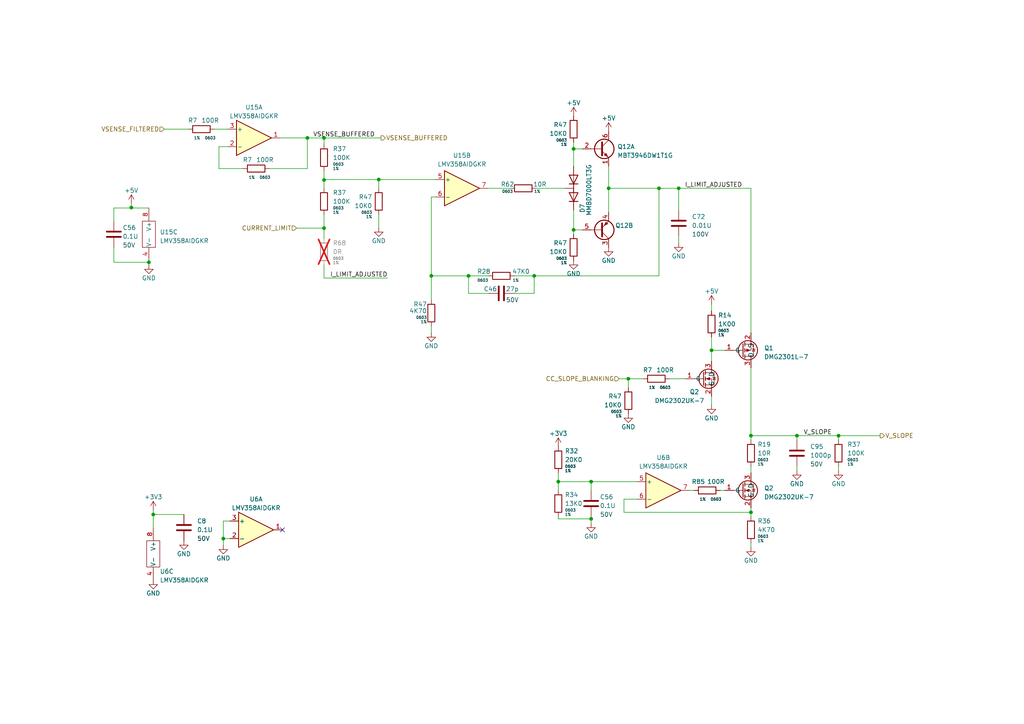
<source format=kicad_sch>
(kicad_sch (version 20230121) (generator eeschema)
  (paper "A4")
  (title_block (title "Slope Generation and Adjustment") (company "Rack Robotics, Inc.") (comment 1 "Engineering by DragonFly Power Systems") (comment 2 "Design by Rack Robotics, Inc."))
  (lib_symbols
    (symbol "0603_CAP:0.01U_100V"
      (property "Reference" "C" (at 3.175 1.905 0))
      (property "Value" "0.01U" (at 3.175 0 0))
      (property "Volage Rating" "100V" (at 3.175 -1.905 0))
      (symbol "0.01U_100V_0_1"
        (polyline (pts (xy -2.032 -0.762) (xy 2.032 -0.762)) (stroke (width 0.508)))
        (polyline (pts (xy -2.032 0.762) (xy 2.032 0.762)) (stroke (width 0.508)))
      )
      (symbol "0.01U_100V_1_1"
        (pin passive line (at 0 3.81 270) (length 2.794) (name "~") (number "1"))
        (pin passive line (at 0 -3.81 90) (length 2.794) (name "~") (number "2"))
      )
    )
    (symbol "0603_CAP:0.1U_50V"
      (property "Reference" "C" (at 3.175 1.905 0))
      (property "Value" "0.1U" (at 3.175 0 0))
      (property "Volage Rating" "50V" (at 3.175 -1.905 0))
      (symbol "0.1U_50V_0_1"
        (polyline (pts (xy -2.032 -0.762) (xy 2.032 -0.762)) (stroke (width 0.508)))
        (polyline (pts (xy -2.032 0.762) (xy 2.032 0.762)) (stroke (width 0.508)))
      )
      (symbol "0.1U_50V_1_1"
        (pin passive line (at 0 3.81 270) (length 2.794) (name "~") (number "1"))
        (pin passive line (at 0 -3.81 90) (length 2.794) (name "~") (number "2"))
      )
    )
    (symbol "0603_CAP:1000P_50V"
      (property "Reference" "C" (at 3.175 1.905 0))
      (property "Value" "1000p" (at 3.175 0 0))
      (property "Volage Rating" "50V" (at 3.175 -1.905 0))
      (symbol "1000P_50V_0_1"
        (polyline (pts (xy -2.032 -0.762) (xy 2.032 -0.762)) (stroke (width 0.508)))
        (polyline (pts (xy -2.032 0.762) (xy 2.032 0.762)) (stroke (width 0.508)))
      )
      (symbol "1000P_50V_1_1"
        (pin passive line (at 0 3.81 270) (length 2.794) (name "~") (number "1"))
        (pin passive line (at 0 -3.81 90) (length 2.794) (name "~") (number "2"))
      )
    )
    (symbol "0603_CAP:27P_50V"
      (property "Reference" "C" (at 3.175 1.905 0))
      (property "Value" "27p" (at 3.175 0 0))
      (property "Volage Rating" "50V" (at 3.175 -1.905 0))
      (symbol "27P_50V_0_1"
        (polyline (pts (xy -2.032 -0.762) (xy 2.032 -0.762)) (stroke (width 0.508)))
        (polyline (pts (xy -2.032 0.762) (xy 2.032 0.762)) (stroke (width 0.508)))
      )
      (symbol "27P_50V_1_1"
        (pin passive line (at 0 3.81 270) (length 2.794) (name "~") (number "1"))
        (pin passive line (at 0 -3.81 90) (length 2.794) (name "~") (number "2"))
      )
    )
    (symbol "0603_RES:0R"
      (property "Reference" "R" (at 1.27 2.54 0))
      (property "Value" "0R" (at 1.27 0.635 0))
      (property "Package Size" "0603" (at 1.27 -1.27 0))
      (property "Tolerance" "1%" (at 1.27 -2.54 0))
      (symbol "0R_0_1"
        (rectangle (start -1.016 2.54) (end 1.016 -2.54) (stroke (width 0.254)))
      )
      (symbol "0R_1_1"
        (pin passive line (at 0 3.81 270) (length 1.27) (name "~") (number "1"))
        (pin passive line (at 0 -3.81 90) (length 1.27) (name "~") (number "2"))
      )
    )
    (symbol "0603_RES:100R"
      (property "Reference" "R" (at 1.27 2.54 0))
      (property "Value" "100R" (at 1.27 0.635 0))
      (property "Package Size" "0603" (at 1.27 -1.27 0))
      (property "Tolerance" "1%" (at 1.27 -2.54 0))
      (symbol "100R_0_1"
        (rectangle (start -1.016 2.54) (end 1.016 -2.54) (stroke (width 0.254)))
      )
      (symbol "100R_1_1"
        (pin passive line (at 0 3.81 270) (length 1.27) (name "~") (number "1"))
        (pin passive line (at 0 -3.81 90) (length 1.27) (name "~") (number "2"))
      )
    )
    (symbol "0603_RES:100k"
      (property "Reference" "R" (at 1.27 2.54 0))
      (property "Value" "100K" (at 1.27 0.635 0))
      (property "Package Size" "0603" (at 1.27 -1.27 0))
      (property "Tolerance" "1%" (at 1.27 -2.54 0))
      (symbol "100k_0_1"
        (rectangle (start -1.016 2.54) (end 1.016 -2.54) (stroke (width 0.254)))
      )
      (symbol "100k_1_1"
        (pin passive line (at 0 3.81 270) (length 1.27) (name "~") (number "1"))
        (pin passive line (at 0 -3.81 90) (length 1.27) (name "~") (number "2"))
      )
    )
    (symbol "0603_RES:10K0"
      (property "Reference" "R" (at 1.27 2.54 0))
      (property "Value" "10K0" (at 1.27 0.635 0))
      (property "Package Size" "0603" (at 1.27 -1.27 0))
      (property "Tolerance" "1%" (at 1.27 -2.54 0))
      (symbol "10K0_0_1"
        (rectangle (start -1.016 2.54) (end 1.016 -2.54) (stroke (width 0.254)))
      )
      (symbol "10K0_1_1"
        (pin passive line (at 0 3.81 270) (length 1.27) (name "~") (number "1"))
        (pin passive line (at 0 -3.81 90) (length 1.27) (name "~") (number "2"))
      )
    )
    (symbol "0603_RES:10R"
      (property "Reference" "R" (at 1.27 2.54 0))
      (property "Value" "10R" (at 1.27 0.635 0))
      (property "Package Size" "0603" (at 1.27 -1.27 0))
      (property "Tolerance" "1%" (at 1.27 -2.54 0))
      (symbol "10R_0_1"
        (rectangle (start -1.016 2.54) (end 1.016 -2.54) (stroke (width 0.254)))
      )
      (symbol "10R_1_1"
        (pin passive line (at 0 3.81 270) (length 1.27) (name "~") (number "1"))
        (pin passive line (at 0 -3.81 90) (length 1.27) (name "~") (number "2"))
      )
    )
    (symbol "0603_RES:13K0"
      (property "Reference" "R" (at 1.27 2.54 0))
      (property "Value" "13K0" (at 1.27 0.635 0))
      (property "Package Size" "0603" (at 1.27 -1.27 0))
      (property "Tolerance" "1%" (at 1.27 -2.54 0))
      (symbol "13K0_0_1"
        (rectangle (start -1.016 2.54) (end 1.016 -2.54) (stroke (width 0.254)))
      )
      (symbol "13K0_1_1"
        (pin passive line (at 0 3.81 270) (length 1.27) (name "~") (number "1"))
        (pin passive line (at 0 -3.81 90) (length 1.27) (name "~") (number "2"))
      )
    )
    (symbol "0603_RES:1K00"
      (property "Reference" "R" (at 1.27 2.54 0))
      (property "Value" "1K00" (at 1.27 0.635 0))
      (property "Package Size" "0603" (at 1.27 -1.27 0))
      (property "Tolerance" "1%" (at 1.27 -2.54 0))
      (symbol "1K00_0_1"
        (rectangle (start -1.016 2.54) (end 1.016 -2.54) (stroke (width 0.254)))
      )
      (symbol "1K00_1_1"
        (pin passive line (at 0 3.81 270) (length 1.27) (name "~") (number "1"))
        (pin passive line (at 0 -3.81 90) (length 1.27) (name "~") (number "2"))
      )
    )
    (symbol "0603_RES:20K0"
      (property "Reference" "R" (at 1.27 2.54 0))
      (property "Value" "20K0" (at 1.27 0.635 0))
      (property "Package Size" "0603" (at 1.27 -1.27 0))
      (property "Tolerance" "1%" (at 1.27 -2.54 0))
      (symbol "20K0_0_1"
        (rectangle (start -1.016 2.54) (end 1.016 -2.54) (stroke (width 0.254)))
      )
      (symbol "20K0_1_1"
        (pin passive line (at 0 3.81 270) (length 1.27) (name "~") (number "1"))
        (pin passive line (at 0 -3.81 90) (length 1.27) (name "~") (number "2"))
      )
    )
    (symbol "0603_RES:47K0"
      (property "Reference" "R" (at 1.27 2.54 0))
      (property "Value" "47K0" (at 1.27 0.635 0))
      (property "Package Size" "0603" (at 1.27 -1.27 0))
      (property "Tolerance" "1%" (at 1.27 -2.54 0))
      (symbol "47K0_0_1"
        (rectangle (start -1.016 2.54) (end 1.016 -2.54) (stroke (width 0.254)))
      )
      (symbol "47K0_1_1"
        (pin passive line (at 0 3.81 270) (length 1.27) (name "~") (number "1"))
        (pin passive line (at 0 -3.81 90) (length 1.27) (name "~") (number "2"))
      )
    )
    (symbol "0603_RES:4K70"
      (property "Reference" "R" (at 1.27 2.54 0))
      (property "Value" "4K70" (at 1.27 0.635 0))
      (property "Package Size" "0603" (at 1.27 -1.27 0))
      (property "Tolerance" "1%" (at 1.27 -2.54 0))
      (symbol "4K70_0_1"
        (rectangle (start -1.016 2.54) (end 1.016 -2.54) (stroke (width 0.254)))
      )
      (symbol "4K70_1_1"
        (pin passive line (at 0 3.81 270) (length 1.27) (name "~") (number "1"))
        (pin passive line (at 0 -3.81 90) (length 1.27) (name "~") (number "2"))
      )
    )
    (symbol "DIODES:MMBD7000LT3G" (pin_numbers hide) (pin_names hide)
      (property "Reference" "D" (at -6.35 2.54 0))
      (property "Value" "MMBD7000LT3G" (at 0 -2.54 0))
      (symbol "MMBD7000LT3G_0_1"
        (polyline (pts (xy -3.81 1.27) (xy -3.81 -1.27)) (stroke (width 0.254)))
        (polyline (pts (xy -1.27 0) (xy -3.81 0)))
        (polyline (pts (xy -1.27 0) (xy 1.27 0)) (stroke (width 0.254)))
        (polyline (pts (xy 1.27 1.27) (xy 1.27 -1.27)) (stroke (width 0.254)))
        (polyline (pts (xy 3.81 0) (xy 1.27 0)))
        (polyline (pts (xy -1.27 1.27) (xy -1.27 -1.27) (xy -3.81 0) (xy -1.27 1.27)) (stroke (width 0.254)))
        (polyline (pts (xy 3.81 1.27) (xy 3.81 -1.27) (xy 1.27 0) (xy 3.81 1.27)) (stroke (width 0.254)))
      )
      (symbol "MMBD7000LT3G_1_1"
        (pin passive line (at 6.35 0 180) (length 2.54) (name "A") (number "1"))
        (pin passive line (at -6.35 0 0) (length 2.54) (name "K") (number "2"))
        (pin passive line (at 0 2.54 270) (length 2.54) (name "A/K") (number "3"))
      )
    )
    (symbol "OP_AMPS:LMV358AIDGKR" (pin_names (offset 0.127))
      (property "Reference" "U" (at -1.27 5.08 0))
      (property "Value" "LMV358AIDGKR" (at -1.27 -5.08 0))
      (symbol "LMV358AIDGKR_1_1"
        (polyline (pts (xy -5.08 5.08) (xy 5.08 0) (xy -5.08 -5.08) (xy -5.08 5.08)) (stroke (width 0.254)) (fill (type background)))
        (pin output line (at 7.62 0 180) (length 2.54) (name "~") (number "1"))
        (pin input line (at -7.62 -2.54 0) (length 2.54) (name "-") (number "2"))
        (pin input line (at -7.62 2.54 0) (length 2.54) (name "+") (number "3"))
      )
      (symbol "LMV358AIDGKR_2_1"
        (polyline (pts (xy -5.08 5.08) (xy 5.08 0) (xy -5.08 -5.08) (xy -5.08 5.08)) (stroke (width 0.254)) (fill (type background)))
        (pin input line (at -7.62 2.54 0) (length 2.54) (name "+") (number "5"))
        (pin input line (at -7.62 -2.54 0) (length 2.54) (name "-") (number "6"))
        (pin output line (at 7.62 0 180) (length 2.54) (name "~") (number "7"))
      )
      (symbol "LMV358AIDGKR_3_1"
        (rectangle (start -4.445 3.81) (end -0.635 -3.81))
        (pin power_in line (at -2.54 -7.62 90) (length 3.81) (name "V-") (number "4"))
        (pin power_in line (at -2.54 7.62 270) (length 3.81) (name "V+") (number "8"))
      )
    )
    (symbol "SIGNAL_BJTS:MBT3946DW1T1G" (pin_names (offset 0) hide)
      (property "Reference" "Q" (at 5.08 1.27 0))
      (property "Value" "MBT3946DW1T1G" (at 5.08 -1.27 0))
      (symbol "MBT3946DW1T1G_0_1"
        (polyline (pts (xy 0.635 0) (xy -2.54 0)))
        (circle (center 1.27 0) (radius 2.8194) (stroke (width 0.254)))
        (circle (center 1.27 0) (radius 2.8194) (stroke (width 0.254)))
      )
      (symbol "MBT3946DW1T1G_1_1"
        (polyline (pts (xy 0.635 0.635) (xy 2.54 2.54)))
        (polyline (pts (xy 0.635 -0.635) (xy 2.54 -2.54) (xy 2.54 -2.54)))
        (polyline (pts (xy 0.635 1.905) (xy 0.635 -1.905) (xy 0.635 -1.905)) (stroke (width 0.508)))
        (polyline (pts (xy 1.27 -1.778) (xy 1.778 -1.27) (xy 2.286 -2.286) (xy 1.27 -1.778) (xy 1.27 -1.778)) (fill (type outline)))
        (pin passive line (at 2.54 -5.08 90) (length 2.54) (name "E1") (number "1"))
        (pin input line (at -5.08 0 0) (length 2.54) (name "B1") (number "2"))
        (pin passive line (at 2.54 5.08 270) (length 2.54) (name "C1") (number "6"))
      )
      (symbol "MBT3946DW1T1G_2_1"
        (polyline (pts (xy 0.635 0.635) (xy 2.54 2.54)))
        (polyline (pts (xy 0.635 -0.635) (xy 2.54 -2.54) (xy 2.54 -2.54)))
        (polyline (pts (xy 0.635 1.905) (xy 0.635 -1.905) (xy 0.635 -1.905)) (stroke (width 0.508)))
        (polyline (pts (xy 2.286 -1.778) (xy 1.778 -2.286) (xy 1.27 -1.27) (xy 2.286 -1.778) (xy 2.286 -1.778)) (fill (type outline)))
        (pin passive line (at 2.54 5.08 270) (length 2.54) (name "C2") (number "3"))
        (pin passive line (at 2.54 -5.08 90) (length 2.54) (name "E2") (number "4"))
        (pin input line (at -5.08 0 0) (length 2.54) (name "B2") (number "5"))
      )
    )
    (symbol "SIGNAL_FETS:DMG2301L-7"
      (property "Reference" "Q" (at 2.54 3.81 0))
      (property "Value" "DMG2301L-7" (at 2.54 1.27 0))
      (symbol "DMG2301L-7_0_1"
        (circle (center -0.889 0) (radius 2.794) (stroke (width 0.254)))
        (circle (center 0 -1.778) (radius 0.254) (fill (type outline)))
        (polyline (pts (xy -2.286 -1.905) (xy -2.286 1.905)) (stroke (width 0.254)))
        (polyline (pts (xy -2.286 0) (xy -5.08 0)))
        (polyline (pts (xy -1.778 -2.286) (xy -1.778 -1.27)) (stroke (width 0.254)))
        (polyline (pts (xy -1.778 -0.508) (xy -1.778 0.508)) (stroke (width 0.254)))
        (polyline (pts (xy -1.778 1.27) (xy -1.778 2.286)) (stroke (width 0.254)))
        (polyline (pts (xy 0 -2.54) (xy 0 -1.778)))
        (polyline (pts (xy 0 2.54) (xy 0 0) (xy -1.778 0)))
        (polyline (pts (xy -1.778 -1.778) (xy 0.762 -1.778) (xy 0.762 1.778) (xy -1.778 1.778)))
        (polyline (pts (xy -0.254 0) (xy -1.27 -0.381) (xy -1.27 0.381) (xy -0.254 0)) (fill (type outline)))
        (polyline (pts (xy 0.254 0.508) (xy 0.381 0.381) (xy 1.143 0.381) (xy 1.27 0.254)))
        (polyline (pts (xy 0.762 0.381) (xy 0.381 -0.254) (xy 1.143 -0.254) (xy 0.762 0.381)))
        (circle (center 0 1.778) (radius 0.254) (fill (type outline)))
      )
      (symbol "DMG2301L-7_1_1"
        (pin input line (at -7.62 0 0) (length 2.54) (name "G") (number "1"))
        (pin passive line (at 0 5.08 270) (length 2.54) (name "S") (number "2"))
        (pin passive line (at 0 -5.08 90) (length 2.54) (name "D") (number "3"))
      )
    )
    (symbol "SIGNAL_FETS:DMG2302UK-7"
      (property "Reference" "Q" (at 1.27 5.08 0))
      (property "Value" "DMG2302UK-7" (at 1.27 2.54 0))
      (symbol "DMG2302UK-7_0_1"
        (circle (center -0.889 0) (radius 2.794) (stroke (width 0.254)))
        (circle (center 0 -1.778) (radius 0.254) (fill (type outline)))
        (polyline (pts (xy -2.286 0) (xy -5.08 0)))
        (polyline (pts (xy -2.286 1.905) (xy -2.286 -1.905)) (stroke (width 0.254)))
        (polyline (pts (xy -1.778 -1.27) (xy -1.778 -2.286)) (stroke (width 0.254)))
        (polyline (pts (xy -1.778 0.508) (xy -1.778 -0.508)) (stroke (width 0.254)))
        (polyline (pts (xy -1.778 2.286) (xy -1.778 1.27)) (stroke (width 0.254)))
        (polyline (pts (xy 0 2.54) (xy 0 1.778)))
        (polyline (pts (xy 0 -2.54) (xy 0 0) (xy -1.778 0)))
        (polyline (pts (xy -1.778 -1.778) (xy 0.762 -1.778) (xy 0.762 1.778) (xy -1.778 1.778)))
        (polyline (pts (xy -1.524 0) (xy -0.508 0.381) (xy -0.508 -0.381) (xy -1.524 0)) (fill (type outline)))
        (polyline (pts (xy 0.254 0.508) (xy 0.381 0.381) (xy 1.143 0.381) (xy 1.27 0.254)))
        (polyline (pts (xy 0.762 0.381) (xy 0.381 -0.254) (xy 1.143 -0.254) (xy 0.762 0.381)))
        (circle (center 0 1.778) (radius 0.254) (fill (type outline)))
      )
      (symbol "DMG2302UK-7_1_1"
        (pin passive line (at -7.62 0 0) (length 2.54) (name "G") (number "1"))
        (pin passive line (at 0 -5.08 90) (length 2.54) (name "S") (number "2"))
        (pin passive line (at 0 5.08 270) (length 2.54) (name "D") (number "3"))
      )
    )
    (symbol "power:+3V3" (power) (pin_names (offset 0))
      (property "Value" "+3V3" (at 0 3.556 0))
      (symbol "+3V3_0_1"
        (polyline (pts (xy -0.762 1.27) (xy 0 2.54)))
        (polyline (pts (xy 0 0) (xy 0 2.54)))
        (polyline (pts (xy 0 2.54) (xy 0.762 1.27)))
      )
      (symbol "+3V3_1_1"
        (pin power_in line (at 0 0 90) (length 0) hide (name "+3V3") (number "1"))
      )
    )
    (symbol "power:+5V" (power) (pin_names (offset 0))
      (property "Value" "+5V" (at 0 3.556 0))
      (symbol "+5V_0_1"
        (polyline (pts (xy -0.762 1.27) (xy 0 2.54)))
        (polyline (pts (xy 0 0) (xy 0 2.54)))
        (polyline (pts (xy 0 2.54) (xy 0.762 1.27)))
      )
      (symbol "+5V_1_1"
        (pin power_in line (at 0 0 90) (length 0) hide (name "+5V") (number "1"))
      )
    )
    (symbol "power:GND" (power) (pin_names (offset 0))
      (property "Value" "GND" (at 0 -3.81 0))
      (symbol "GND_0_1"
        (polyline (pts (xy 0 0) (xy 0 -1.27) (xy 1.27 -1.27) (xy 0 -2.54) (xy -1.27 -1.27) (xy 0 -1.27)))
      )
      (symbol "GND_1_1"
        (pin power_in line (at 0 0 270) (length 0) hide (name "GND") (number "1"))
      )
    )
  )
  (junction (at 161.925 139.7))
  (junction (at 176.53 54.61))
  (junction (at 64.77 156.21))
  (junction (at 93.98 52.197))
  (junction (at 166.37 43.18))
  (junction (at 243.205 126.365))
  (junction (at 166.37 66.675))
  (junction (at 171.45 139.7))
  (junction (at 154.94 80.01))
  (junction (at 93.98 40.005))
  (junction (at 109.855 52.07))
  (junction (at 93.98 66.167))
  (junction (at 231.14 126.365))
  (junction (at 38.1 60.198))
  (junction (at 44.45 149.225))
  (junction (at 182.245 109.855))
  (junction (at 206.375 101.6))
  (junction (at 43.18 76.073))
  (junction (at 125.095 80.01))
  (junction (at 171.45 150.495))
  (junction (at 217.805 148.59))
  (junction (at 89.154 40.005))
  (junction (at 135.89 80.01))
  (junction (at 191.135 54.61))
  (junction (at 217.805 126.365))
  (junction (at 196.85 54.61))
  (no_connect (at 81.915 153.67))
  (wire (pts (xy 93.98 40.005) (xy 110.49 40.005)))
  (wire (pts (xy 231.14 126.365) (xy 243.205 126.365)))
  (wire (pts (xy 206.375 114.935) (xy 206.375 117.475)))
  (wire (pts (xy 176.53 54.61) (xy 176.53 61.595)))
  (wire (pts (xy 62.23 37.465) (xy 66.04 37.465)))
  (wire (pts (xy 44.45 149.225) (xy 44.45 153.035)))
  (wire (pts (xy 43.18 76.073) (xy 43.18 76.835)))
  (wire (pts (xy 179.578 109.855) (xy 182.245 109.855)))
  (wire (pts (xy 44.45 149.225) (xy 44.45 147.955)))
  (wire (pts (xy 217.805 135.255) (xy 217.805 137.16)))
  (wire (pts (xy 89.154 40.005) (xy 93.98 40.005)))
  (wire (pts (xy 180.975 144.78) (xy 180.975 148.59)))
  (wire (pts (xy 217.805 106.68) (xy 217.805 126.365)))
  (wire (pts (xy 166.37 66.675) (xy 166.37 67.945)))
  (wire (pts (xy 206.375 101.6) (xy 210.185 101.6)))
  (wire (pts (xy 66.675 156.21) (xy 64.77 156.21)))
  (wire (pts (xy 135.89 80.01) (xy 125.095 80.01)))
  (wire (pts (xy 161.925 150.495) (xy 171.45 150.495)))
  (wire (pts (xy 93.98 40.005) (xy 93.98 41.91)))
  (wire (pts (xy 33.02 60.325) (xy 37.719 60.325)))
  (wire (pts (xy 166.37 66.675) (xy 168.91 66.675)))
  (wire (pts (xy 109.855 52.07) (xy 126.365 52.07)))
  (wire (pts (xy 93.98 54.61) (xy 93.98 52.197)))
  (wire (pts (xy 66.04 42.545) (xy 63.5 42.545)))
  (wire (pts (xy 217.805 148.59) (xy 217.805 149.86)))
  (wire (pts (xy 217.805 157.48) (xy 217.805 158.75)))
  (wire (pts (xy 89.154 48.895) (xy 89.154 40.005)))
  (wire (pts (xy 161.925 137.16) (xy 161.925 139.7)))
  (wire (pts (xy 180.975 148.59) (xy 217.805 148.59)))
  (wire (pts (xy 182.245 109.855) (xy 186.563 109.855)))
  (wire (pts (xy 38.1 60.198) (xy 37.719 60.198)))
  (wire (pts (xy 38.1 60.325) (xy 43.18 60.325)))
  (wire (pts (xy 47.625 37.465) (xy 54.61 37.465)))
  (wire (pts (xy 33.02 76.073) (xy 43.18 76.073)))
  (wire (pts (xy 154.94 85.09) (xy 154.94 80.01)))
  (wire (pts (xy 171.45 139.7) (xy 184.785 139.7)))
  (wire (pts (xy 93.98 76.835) (xy 93.98 80.645)))
  (wire (pts (xy 166.37 60.96) (xy 166.37 66.675)))
  (wire (pts (xy 243.205 135.255) (xy 243.205 136.525)))
  (wire (pts (xy 191.135 54.61) (xy 191.135 80.01)))
  (wire (pts (xy 166.37 43.18) (xy 166.37 48.26)))
  (wire (pts (xy 63.5 42.545) (xy 63.5 48.895)))
  (wire (pts (xy 206.375 97.79) (xy 206.375 101.6)))
  (wire (pts (xy 196.85 68.58) (xy 196.85 70.485)))
  (wire (pts (xy 231.14 135.255) (xy 231.14 136.525)))
  (wire (pts (xy 217.805 126.365) (xy 231.14 126.365)))
  (wire (pts (xy 243.205 126.365) (xy 243.205 127.635)))
  (wire (pts (xy 66.675 151.13) (xy 64.77 151.13)))
  (wire (pts (xy 191.135 80.01) (xy 154.94 80.01)))
  (wire (pts (xy 243.205 126.365) (xy 255.27 126.365)))
  (wire (pts (xy 37.719 60.325) (xy 37.719 60.198)))
  (wire (pts (xy 81.28 40.005) (xy 89.154 40.005)))
  (wire (pts (xy 38.1 59.055) (xy 38.1 60.198)))
  (wire (pts (xy 135.89 85.09) (xy 135.89 80.01)))
  (wire (pts (xy 33.02 64.135) (xy 33.02 60.325)))
  (wire (pts (xy 93.726 52.07) (xy 109.855 52.07)))
  (wire (pts (xy 126.365 57.15) (xy 125.095 57.15)))
  (wire (pts (xy 171.45 142.24) (xy 171.45 139.7)))
  (wire (pts (xy 93.726 52.07) (xy 93.726 52.197)))
  (wire (pts (xy 93.726 52.197) (xy 93.98 52.197)))
  (wire (pts (xy 155.575 54.61) (xy 163.83 54.61)))
  (wire (pts (xy 161.925 139.7) (xy 161.925 142.24)))
  (wire (pts (xy 206.375 101.6) (xy 206.375 104.775)))
  (wire (pts (xy 109.855 52.07) (xy 109.855 54.61)))
  (wire (pts (xy 85.979 66.167) (xy 93.98 66.167)))
  (wire (pts (xy 109.855 66.04) (xy 109.855 62.23)))
  (wire (pts (xy 43.18 75.565) (xy 43.18 76.073)))
  (wire (pts (xy 217.805 148.59) (xy 217.805 147.32)))
  (wire (pts (xy 171.45 139.7) (xy 161.925 139.7)))
  (wire (pts (xy 38.1 60.325) (xy 38.1 60.198)))
  (wire (pts (xy 176.53 54.61) (xy 191.135 54.61)))
  (wire (pts (xy 33.02 71.755) (xy 33.02 76.073)))
  (wire (pts (xy 141.605 80.01) (xy 135.89 80.01)))
  (wire (pts (xy 93.98 49.53) (xy 93.98 52.197)))
  (wire (pts (xy 217.805 126.365) (xy 217.805 127.635)))
  (wire (pts (xy 208.915 142.24) (xy 210.185 142.24)))
  (wire (pts (xy 93.98 66.167) (xy 93.98 69.215)))
  (wire (pts (xy 196.85 54.61) (xy 217.805 54.61)))
  (wire (pts (xy 166.37 43.18) (xy 168.91 43.18)))
  (wire (pts (xy 63.5 48.895) (xy 70.485 48.895)))
  (wire (pts (xy 125.095 80.01) (xy 125.095 86.995)))
  (wire (pts (xy 191.135 54.61) (xy 196.85 54.61)))
  (wire (pts (xy 161.925 149.86) (xy 161.925 150.495)))
  (wire (pts (xy 149.225 80.01) (xy 154.94 80.01)))
  (wire (pts (xy 194.183 109.855) (xy 198.755 109.855)))
  (wire (pts (xy 196.85 54.61) (xy 196.85 60.96)))
  (wire (pts (xy 125.095 57.15) (xy 125.095 80.01)))
  (wire (pts (xy 206.375 88.265) (xy 206.375 90.17)))
  (wire (pts (xy 141.605 85.09) (xy 135.89 85.09)))
  (wire (pts (xy 149.225 85.09) (xy 154.94 85.09)))
  (wire (pts (xy 200.025 142.24) (xy 201.295 142.24)))
  (wire (pts (xy 217.805 96.52) (xy 217.805 54.61)))
  (wire (pts (xy 44.45 149.225) (xy 53.34 149.225)))
  (wire (pts (xy 176.53 48.26) (xy 176.53 54.61)))
  (wire (pts (xy 166.37 41.275) (xy 166.37 43.18)))
  (wire (pts (xy 93.98 62.23) (xy 93.98 66.167)))
  (wire (pts (xy 64.77 156.21) (xy 64.77 158.115)))
  (wire (pts (xy 78.105 48.895) (xy 89.154 48.895)))
  (wire (pts (xy 141.605 54.61) (xy 147.955 54.61)))
  (wire (pts (xy 182.245 112.395) (xy 182.245 109.855)))
  (wire (pts (xy 93.98 80.645) (xy 112.395 80.645)))
  (wire (pts (xy 171.45 149.86) (xy 171.45 150.495)))
  (wire (pts (xy 64.77 151.13) (xy 64.77 156.21)))
  (wire (pts (xy 184.785 144.78) (xy 180.975 144.78)))
  (wire (pts (xy 171.45 150.495) (xy 171.45 151.765)))
  (wire (pts (xy 231.14 127.635) (xy 231.14 126.365)))
  (wire (pts (xy 125.095 94.615) (xy 125.095 96.52)))
  (label "V_SLOPE" (at 241.3 126.365 180))
  (label "VSENSE_BUFFERED" (at 90.805 40.005 0))
  (label "I_LIMIT_ADJUSTED" (at 215.265 54.61 180))
  (label "I_LIMIT_ADJUSTED" (at 112.395 80.645 180))
  (hierarchical_label "VSENSE_FILTERED" (shape input) (at 47.625 37.465 180))
  (hierarchical_label "V_SLOPE" (shape output) (at 255.27 126.365 0))
  (hierarchical_label "CC_SLOPE_BLANKING" (shape input) (at 179.578 109.855 180))
  (hierarchical_label "CURRENT_LIMIT" (shape input) (at 85.979 66.167 180))
  (hierarchical_label "VSENSE_BUFFERED" (shape output) (at 110.49 40.005 0))
  (symbol (lib_id "0603_CAP:27P_50V") (at 145.415 85.09 90) (unit 1)
    (property "Reference" "C46" (at 142.24 83.82 90))
    (property "Value" "27p" (at 148.59 83.82 90))
    (property "Footprint" "Capacitor_SMD:C_0603_1608Metric" (effects hide))
    (property "Datasheet" "https://www.yageo.com/upload/media/product/productsearch/datasheet/mlcc/UPY-GP_NP0_16V-to-50V_18.pdf" (effects hide))
    (property "Volage Rating" "50V" (at 148.59 86.995 90))
    (property "Part Number" "CC0603JRNPO9BN270" (effects hide))
    (property "Manufacturer" "Yageo" (effects hide))
  )
  (symbol (lib_id "0603_CAP:1000P_50V") (at 231.14 131.445 0) (unit 1)
    (property "Reference" "C95" (at 234.95 129.54 0) (effects (justify left)))
    (property "Value" "1000p" (at 234.95 132.08 0) (effects (justify left)))
    (property "Footprint" "Capacitor_SMD:C_0603_1608Metric" (effects hide))
    (property "Datasheet" "https://media.digikey.com/pdf/Data%20Sheets/Samsung%20PDFs/CL10B104KB8NNWC_Spec.pdf" (effects hide))
    (property "Volage Rating" "50V" (at 234.95 134.62 0) (effects (justify left)))
    (property "Part Number" "CL10B102KB8NNNC" (effects hide))
    (property "Manufacturer" "Samsung" (effects hide))
  )
  (symbol (lib_id "0603_RES:13K0") (at 161.925 146.05 0) (unit 1)
    (property "Reference" "R34" (at 163.83 143.51 0) (effects (justify left)))
    (property "Value" "13K0" (at 163.83 146.05 0) (effects (justify left)))
    (property "Footprint" "Resistor_SMD:R_0603_1608Metric" (effects hide))
    (property "Datasheet" "https://www.seielect.com/Catalog/SEI-RMCF_RMCP.pdf" (effects hide))
    (property "Package Size" "0603" (at 163.83 147.955 0) (effects (font (size 0.8 0.8)) (justify left)))
    (property "Tolerance" "1%" (at 163.83 149.225 0) (effects (font (size 0.8 0.8)) (justify left)))
    (property "Part Number" "RMCF0603FT13K0" (effects hide))
    (property "Manufacturer" "Stackpole" (effects hide))
  )
  (symbol (lib_id "0603_CAP:0.1U_50V") (at 171.45 146.05 0) (unit 1)
    (property "Reference" "C56" (at 173.99 144.145 0) (effects (justify left)))
    (property "Value" "0.1U" (at 173.99 146.685 0) (effects (justify left)))
    (property "Footprint" "Capacitor_SMD:C_0603_1608Metric" (effects hide))
    (property "Datasheet" "https://media.digikey.com/pdf/Data%20Sheets/Samsung%20PDFs/CL10B104KB8NNWC_Spec.pdf" (effects hide))
    (property "Volage Rating" "50V" (at 173.99 149.225 0) (effects (justify left)))
    (property "Part Number" "CL10B104KB8NNWC" (effects hide))
    (property "Manufacturer" "Samsung" (effects hide))
    (instances (project "POWERCORE-V2.0_MOTHERBOARD" (path "" (reference "C56") (unit 1)) (path "" (reference "C16") (unit 1))))
  )
  (symbol (lib_id "OP_AMPS:LMV358AIDGKR") (at 192.405 142.24 0) (unit 2)
    (property "Reference" "U6" (at 192.405 132.715 0))
    (property "Value" "LMV358AIDGKR" (at 192.405 135.255 0))
    (property "Footprint" "Package_SO:VSSOP-8_3.0x3.0mm_P0.65mm" (effects hide))
    (property "Datasheet" "http://www.ti.com/general/docs/suppproductinfo.tsp?distId=10&gotoUrl=http%3A%2F%2Fwww.ti.com%2Flit%2Fgpn%2Flmv358a" (effects hide))
    (property "Part Number" "LMV358AIDGKR" (effects hide))
    (property "Manufacturer" "Texas Instruments" (effects hide))
  )
  (symbol (lib_id "power:GND") (at 231.14 136.525 0) (unit 1)
    (property "Reference" "#PWR014" (effects hide))
    (property "Value" "GND" (at 231.14 140.335 0))
    (instances (project "POWERCORE-V2.0_MOTHERBOARD" (path "" (reference "#PWR014") (unit 1)) (path "" (reference "#PWR016") (unit 1))))
  )
  (symbol (lib_id "power:+5V") (at 166.37 33.655 0) (unit 1)
    (property "Reference" "#PWR068" (effects hide))
    (property "Value" "+5V" (at 166.37 29.845 0))
    (instances (project "POWERCORE-V2.0_MOTHERBOARD" (path "" (reference "#PWR068") (unit 1)) (path "" (reference "#PWR0136") (unit 1))))
  )
  (symbol (lib_id "SIGNAL_BJTS:MBT3946DW1T1G") (at 173.99 66.675 0) (mirror x) (unit 2)
    (property "Reference" "Q12" (at 178.435 65.405 0) (effects (justify left)))
    (property "Value" "MBT3946DW1T1G" (effects hide))
    (property "Footprint" "Package_TO_SOT_SMD:SOT-363_SC-70-6" (effects hide))
    (property "Datasheet" "https://www.onsemi.com/pdf/datasheet/mbt3946dw1t1-d.pdf" (effects hide))
    (property "Manufacturer" "OnSemi" (effects hide))
    (property "Part Number" "MBT3946DW1T1G" (effects hide))
  )
  (symbol (lib_id "power:GND") (at 125.095 96.52 0) (unit 1)
    (property "Reference" "#PWR016" (effects hide))
    (property "Value" "GND" (at 125.095 100.33 0))
    (instances (project "POWERCORE-V2.0_MOTHERBOARD" (path "" (reference "#PWR016") (unit 1)) (path "" (reference "#PWR077") (unit 1))))
  )
  (symbol (lib_id "0603_RES:100k") (at 243.205 131.445 0) (unit 1)
    (property "Reference" "R37" (at 245.745 128.905 0) (effects (justify left)))
    (property "Value" "100K" (at 245.745 131.445 0) (effects (justify left)))
    (property "Footprint" "Resistor_SMD:R_0603_1608Metric" (effects hide))
    (property "Datasheet" "https://www.seielect.com/Catalog/SEI-RMCF_RMCP.pdf" (effects hide))
    (property "Package Size" "0603" (at 245.745 133.35 0) (effects (font (size 0.8 0.8)) (justify left)))
    (property "Tolerance" "1%" (at 245.745 134.62 0) (effects (font (size 0.8 0.8)) (justify left)))
    (property "Part Number" "RMCF0603FT100K" (effects hide))
    (property "Manufacturer" "Stackpole" (effects hide))
    (instances (project "POWERCORE-V2.0_MOTHERBOARD" (path "" (reference "R37") (unit 1)) (path "" (reference "R51") (unit 1)) (path "" (reference "R14") (unit 1))))
  )
  (symbol (lib_id "0603_RES:47K0") (at 145.415 80.01 90) (unit 1)
    (property "Reference" "R28" (at 140.335 78.74 90))
    (property "Value" "47K0" (at 153.67 78.74 90) (effects (justify left)))
    (property "Footprint" "Resistor_SMD:R_0603_1608Metric" (effects hide))
    (property "Datasheet" "https://www.seielect.com/Catalog/SEI-RMCF_RMCP.pdf" (effects hide))
    (property "Package Size" "0603" (at 141.605 81.28 90) (effects (font (size 0.8 0.8)) (justify left)))
    (property "Tolerance" "1%" (at 150.495 81.28 90) (effects (font (size 0.8 0.8)) (justify left)))
    (property "Part Number" "RMCF0603FT47K0" (effects hide))
    (property "Manufacturer" "Stackpole" (effects hide))
  )
  (symbol (lib_id "SIGNAL_FETS:DMG2302UK-7") (at 206.375 109.855 0) (unit 1)
    (property "Reference" "Q2" (at 200.025 113.665 0) (effects (justify left)))
    (property "Value" "DMG2302UK-7" (at 189.865 116.205 0) (effects (justify left)))
    (property "Footprint" "SOT:SOT-23-3" (effects hide))
    (property "Datasheet" "https://www.diodes.com/assets/Datasheets/DMG2301L.pdf" (effects hide))
    (property "Manufacturer" "Diodes Inc" (effects hide))
    (property "Part Number" "DMG2302UK-7" (effects hide))
    (instances (project "POWERCORE-V2.0_MOTHERBOARD" (path "" (reference "Q2") (unit 1)) (path "" (reference "Q11") (unit 1))))
  )
  (symbol (lib_id "power:+3V3") (at 161.925 129.54 0) (unit 1)
    (property "Reference" "#PWR060" (effects hide))
    (property "Value" "+3V3" (at 161.925 125.73 0))
    (instances (project "POWERCORE-V2.0_MOTHERBOARD" (path "" (reference "#PWR060") (unit 1)) (path "" (reference "#PWR062") (unit 1))))
  )
  (symbol (lib_id "OP_AMPS:LMV358AIDGKR") (at 45.72 67.945 0) (unit 3)
    (property "Reference" "U15" (at 46.355 67.31 0) (effects (justify left)))
    (property "Value" "LMV358AIDGKR" (at 46.355 69.85 0) (effects (justify left)))
    (property "Footprint" "Package_SO:VSSOP-8_3.0x3.0mm_P0.65mm" (effects hide))
    (property "Datasheet" "http://www.ti.com/general/docs/suppproductinfo.tsp?distId=10&gotoUrl=http%3A%2F%2Fwww.ti.com%2Flit%2Fgpn%2Flmv358a" (effects hide))
    (property "Part Number" "LMV358AIDGKR" (effects hide))
    (property "Manufacturer" "Texas Instruments" (effects hide))
  )
  (symbol (lib_id "0603_RES:100R") (at 74.295 48.895 90) (unit 1)
    (property "Reference" "R7" (at 71.755 46.355 90))
    (property "Value" "100R" (at 76.835 46.355 90))
    (property "Footprint" "Resistor_SMD:R_0603_1608Metric" (effects hide))
    (property "Datasheet" "https://www.seielect.com/Catalog/SEI-RMCF_RMCP.pdf" (effects hide))
    (property "Package Size" "0603" (at 76.835 51.435 90) (effects (font (size 0.8 0.8))))
    (property "Tolerance" "1%" (at 73.025 51.435 90) (effects (font (size 0.8 0.8))))
    (property "Part Number" "RMCF0603FT100R" (effects hide))
    (property "Manufacturer" "Stackpole" (effects hide))
    (instances (project "POWERCORE-V2.0_MOTHERBOARD" (path "" (reference "R7") (unit 1)) (path "" (reference "R47") (unit 1))))
  )
  (symbol (lib_id "OP_AMPS:LMV358AIDGKR") (at 133.985 54.61 0) (unit 2)
    (property "Reference" "U15" (at 133.985 45.085 0))
    (property "Value" "LMV358AIDGKR" (at 133.985 47.625 0))
    (property "Footprint" "Package_SO:VSSOP-8_3.0x3.0mm_P0.65mm" (effects hide))
    (property "Datasheet" "http://www.ti.com/general/docs/suppproductinfo.tsp?distId=10&gotoUrl=http%3A%2F%2Fwww.ti.com%2Flit%2Fgpn%2Flmv358a" (effects hide))
    (property "Part Number" "LMV358AIDGKR" (effects hide))
    (property "Manufacturer" "Texas Instruments" (effects hide))
  )
  (symbol (lib_id "power:GND") (at 171.45 151.765 0) (unit 1)
    (property "Reference" "#PWR016" (effects hide))
    (property "Value" "GND" (at 171.45 155.575 0))
    (instances (project "POWERCORE-V2.0_MOTHERBOARD" (path "" (reference "#PWR016") (unit 1)) (path "" (reference "#PWR075") (unit 1))))
  )
  (symbol (lib_id "SIGNAL_FETS:DMG2302UK-7") (at 217.805 142.24 0) (unit 1)
    (property "Reference" "Q2" (at 221.615 141.605 0) (effects (justify left)))
    (property "Value" "DMG2302UK-7" (at 221.615 144.145 0) (effects (justify left)))
    (property "Footprint" "SOT:SOT-23-3" (effects hide))
    (property "Datasheet" "https://www.diodes.com/assets/Datasheets/DMG2301L.pdf" (effects hide))
    (property "Manufacturer" "Diodes Inc" (effects hide))
    (property "Part Number" "DMG2302UK-7" (effects hide))
  )
  (symbol (lib_id "power:GND") (at 182.245 120.015 0) (unit 1)
    (property "Reference" "#PWR016" (effects hide))
    (property "Value" "GND" (at 182.245 123.825 0))
    (instances (project "POWERCORE-V2.0_MOTHERBOARD" (path "" (reference "#PWR016") (unit 1)) (path "" (reference "#PWR014") (unit 1))))
  )
  (symbol (lib_id "power:GND") (at 64.77 158.115 0) (unit 1)
    (property "Reference" "#PWR022" (effects hide))
    (property "Value" "GND" (at 64.77 161.925 0))
    (instances (project "POWERCORE-V2.0_MOTHERBOARD" (path "" (reference "#PWR022") (unit 1)) (path "" (reference "#PWR088") (unit 1))))
  )
  (symbol (lib_id "power:+5V") (at 176.53 38.1 0) (unit 1)
    (property "Reference" "#PWR068" (effects hide))
    (property "Value" "+5V" (at 176.53 34.29 0))
    (instances (project "POWERCORE-V2.0_MOTHERBOARD" (path "" (reference "#PWR068") (unit 1)) (path "" (reference "#PWR0149") (unit 1))))
  )
  (symbol (lib_id "0603_RES:10R") (at 151.765 54.61 90) (unit 1)
    (property "Reference" "R62" (at 147.193 53.467 90))
    (property "Value" "10R" (at 156.591 53.467 90))
    (property "Footprint" "Resistor_SMD:R_0603_1608Metric" (effects hide))
    (property "Datasheet" "https://www.seielect.com/Catalog/SEI-RMCF_RMCP.pdf" (effects hide))
    (property "Package Size" "0603" (at 147.193 55.499 90) (effects (font (size 0.8 0.8))))
    (property "Tolerance" "1%" (at 155.829 55.499 90) (effects (font (size 0.8 0.8))))
    (property "Part Number" "RMCF0603FT10R0" (effects hide))
    (property "Manufacturer" "Stackpole" (effects hide))
  )
  (symbol (lib_id "power:GND") (at 243.205 136.525 0) (unit 1)
    (property "Reference" "#PWR062" (effects hide))
    (property "Value" "GND" (at 243.205 140.335 0))
    (instances (project "POWERCORE-V2.0_MOTHERBOARD" (path "" (reference "#PWR062") (unit 1)) (path "" (reference "#PWR060") (unit 1))))
  )
  (symbol (lib_id "power:+3V3") (at 44.45 147.955 0) (unit 1)
    (property "Reference" "#PWR019" (effects hide))
    (property "Value" "+3V3" (at 44.45 144.145 0))
  )
  (symbol (lib_id "OP_AMPS:LMV358AIDGKR") (at 46.99 160.655 0) (unit 3)
    (property "Reference" "U6" (at 46.355 165.735 0) (effects (justify left)))
    (property "Value" "LMV358AIDGKR" (at 46.355 168.275 0) (effects (justify left)))
    (property "Footprint" "Package_SO:VSSOP-8_3.0x3.0mm_P0.65mm" (effects hide))
    (property "Datasheet" "http://www.ti.com/general/docs/suppproductinfo.tsp?distId=10&gotoUrl=http%3A%2F%2Fwww.ti.com%2Flit%2Fgpn%2Flmv358a" (effects hide))
    (property "Part Number" "LMV358AIDGKR" (effects hide))
    (property "Manufacturer" "Texas Instruments" (effects hide))
  )
  (symbol (lib_id "power:GND") (at 43.18 76.835 0) (unit 1)
    (property "Reference" "#PWR016" (effects hide))
    (property "Value" "GND" (at 43.18 80.645 0))
    (instances (project "POWERCORE-V2.0_MOTHERBOARD" (path "" (reference "#PWR016") (unit 1)) (path "" (reference "#PWR079") (unit 1))))
  )
  (symbol (lib_id "0603_CAP:0.01U_100V") (at 196.85 64.77 0) (unit 1)
    (property "Reference" "C72" (at 200.66 62.865 0) (effects (justify left)))
    (property "Value" "0.01U" (at 200.66 65.405 0) (effects (justify left)))
    (property "Footprint" "Capacitor_SMD:C_0603_1608Metric" (effects hide))
    (property "Datasheet" "https://media.digikey.com/pdf/Data%20Sheets/Samsung%20PDFs/CL10B104KB8NNWC_Spec.pdf" (effects hide))
    (property "Volage Rating" "100V" (at 200.66 67.945 0) (effects (justify left)))
    (property "Part Number" "CL10B103KC8NNNC" (effects hide))
    (property "Manufacturer" "Samsung" (effects hide))
    (instances (project "POWERCORE-V2.0_MOTHERBOARD" (path "" (reference "C72") (unit 1)) (path "" (reference "C6") (unit 1))))
  )
  (symbol (lib_id "power:GND") (at 217.805 158.75 0) (unit 1)
    (property "Reference" "#PWR016" (effects hide))
    (property "Value" "GND" (at 217.805 162.56 0))
    (instances (project "POWERCORE-V2.0_MOTHERBOARD" (path "" (reference "#PWR016") (unit 1)) (path "" (reference "#PWR076") (unit 1))))
  )
  (symbol (lib_id "power:GND") (at 196.85 70.485 0) (unit 1)
    (property "Reference" "#PWR016" (effects hide))
    (property "Value" "GND" (at 196.85 74.295 0))
    (instances (project "POWERCORE-V2.0_MOTHERBOARD" (path "" (reference "#PWR016") (unit 1)) (path "" (reference "#PWR078") (unit 1))))
  )
  (symbol (lib_id "0603_RES:100R") (at 205.105 142.24 90) (unit 1)
    (property "Reference" "R85" (at 202.565 139.7 90))
    (property "Value" "100R" (at 207.645 139.7 90))
    (property "Footprint" "Resistor_SMD:R_0603_1608Metric" (effects hide))
    (property "Datasheet" "https://www.seielect.com/Catalog/SEI-RMCF_RMCP.pdf" (effects hide))
    (property "Package Size" "0603" (at 207.645 144.78 90) (effects (font (size 0.8 0.8))))
    (property "Tolerance" "1%" (at 203.835 144.78 90) (effects (font (size 0.8 0.8))))
    (property "Part Number" "RMCF0603FT100R" (effects hide))
    (property "Manufacturer" "Stackpole" (effects hide))
    (instances (project "POWERCORE-V2.0_MOTHERBOARD" (path "" (reference "R85") (unit 1)) (path "" (reference "R33") (unit 1))))
  )
  (symbol (lib_id "0603_RES:1K00") (at 206.375 93.98 0) (unit 1)
    (property "Reference" "R14" (at 208.28 91.44 0) (effects (justify left)))
    (property "Value" "1K00" (at 208.28 93.98 0) (effects (justify left)))
    (property "Footprint" "Resistor_SMD:R_0603_1608Metric" (effects hide))
    (property "Datasheet" "https://www.seielect.com/Catalog/SEI-RMCF_RMCP.pdf" (effects hide))
    (property "Package Size" "0603" (at 208.28 95.885 0) (effects (font (size 0.8 0.8)) (justify left)))
    (property "Tolerance" "1%" (at 208.28 97.155 0) (effects (font (size 0.8 0.8)) (justify left)))
    (property "Part Number" "RMCF0603FT1K00" (effects hide))
    (property "Manufacturer" "Stackpole" (effects hide))
    (instances (project "POWERCORE-V2.0_MOTHERBOARD" (path "" (reference "R14") (unit 1)) (path "" (reference "R65") (unit 1))))
  )
  (symbol (lib_id "power:+5V") (at 38.1 59.055 0) (unit 1)
    (property "Reference" "#PWR068" (effects hide))
    (property "Value" "+5V" (at 38.1 55.245 0))
    (instances (project "POWERCORE-V2.0_MOTHERBOARD" (path "" (reference "#PWR068") (unit 1)) (path "" (reference "#PWR080") (unit 1))))
  )
  (symbol (lib_id "0603_RES:10K0") (at 166.37 71.755 0) (mirror y) (unit 1)
    (property "Reference" "R47" (at 164.465 70.485 0) (effects (justify left)))
    (property "Value" "10K0" (at 164.465 73.025 0) (effects (justify left)))
    (property "Footprint" "Resistor_SMD:R_0603_1608Metric" (effects hide))
    (property "Datasheet" "https://www.seielect.com/Catalog/SEI-RMCF_RMCP.pdf" (effects hide))
    (property "Package Size" "0603" (at 164.465 74.93 0) (effects (font (size 0.8 0.8)) (justify left)))
    (property "Tolerance" "1%" (at 164.465 76.2 0) (effects (font (size 0.8 0.8)) (justify left)))
    (property "Part Number" "RMCF0603FT10K0" (effects hide))
    (property "Manufacturer" "Stackpole" (effects hide))
    (instances (project "POWERCORE-V2.0_MOTHERBOARD" (path "" (reference "R47") (unit 1)) (path "" (reference "R72") (unit 1))))
  )
  (symbol (lib_id "power:GND") (at 53.34 156.845 0) (unit 1)
    (property "Reference" "#PWR022" (effects hide))
    (property "Value" "GND" (at 53.34 160.655 0))
  )
  (symbol (lib_id "0603_RES:10K0") (at 166.37 37.465 0) (mirror y) (unit 1)
    (property "Reference" "R47" (at 164.465 36.195 0) (effects (justify left)))
    (property "Value" "10K0" (at 164.465 38.735 0) (effects (justify left)))
    (property "Footprint" "Resistor_SMD:R_0603_1608Metric" (effects hide))
    (property "Datasheet" "https://www.seielect.com/Catalog/SEI-RMCF_RMCP.pdf" (effects hide))
    (property "Package Size" "0603" (at 164.465 40.64 0) (effects (font (size 0.8 0.8)) (justify left)))
    (property "Tolerance" "1%" (at 164.465 41.91 0) (effects (font (size 0.8 0.8)) (justify left)))
    (property "Part Number" "RMCF0603FT10K0" (effects hide))
    (property "Manufacturer" "Stackpole" (effects hide))
    (instances (project "POWERCORE-V2.0_MOTHERBOARD" (path "" (reference "R47") (unit 1)) (path "" (reference "R73") (unit 1))))
  )
  (symbol (lib_id "0603_RES:4K70") (at 217.805 153.67 0) (unit 1)
    (property "Reference" "R36" (at 219.71 151.13 0) (effects (justify left)))
    (property "Value" "4K70" (at 219.71 153.67 0) (effects (justify left)))
    (property "Footprint" "Resistor_SMD:R_0603_1608Metric" (effects hide))
    (property "Datasheet" "https://www.seielect.com/Catalog/SEI-RMCF_RMCP.pdf" (effects hide))
    (property "Package Size" "0603" (at 219.71 155.575 0) (effects (font (size 0.8 0.8)) (justify left)))
    (property "Tolerance" "1%" (at 219.71 156.845 0) (effects (font (size 0.8 0.8)) (justify left)))
    (property "Part Number" "RMCF0603FT4K70" (effects hide))
    (property "Manufacturer" "Stackpole" (effects hide))
  )
  (symbol (lib_id "0603_RES:10R") (at 217.805 131.445 0) (unit 1)
    (property "Reference" "R19" (at 219.71 128.905 0) (effects (justify left)))
    (property "Value" "10R" (at 219.71 131.445 0) (effects (justify left)))
    (property "Footprint" "Resistor_SMD:R_0603_1608Metric" (effects hide))
    (property "Datasheet" "https://www.seielect.com/Catalog/SEI-RMCF_RMCP.pdf" (effects hide))
    (property "Package Size" "0603" (at 219.71 133.35 0) (effects (font (size 0.8 0.8)) (justify left)))
    (property "Tolerance" "1%" (at 219.71 134.62 0) (effects (font (size 0.8 0.8)) (justify left)))
    (property "Part Number" "RMCF0603FT10R0" (effects hide))
    (property "Manufacturer" "Stackpole" (effects hide))
  )
  (symbol (lib_id "0603_RES:100R") (at 58.42 37.465 90) (unit 1)
    (property "Reference" "R7" (at 55.88 34.925 90))
    (property "Value" "100R" (at 60.96 34.925 90))
    (property "Footprint" "Resistor_SMD:R_0603_1608Metric" (effects hide))
    (property "Datasheet" "https://www.seielect.com/Catalog/SEI-RMCF_RMCP.pdf" (effects hide))
    (property "Package Size" "0603" (at 60.96 40.005 90) (effects (font (size 0.8 0.8))))
    (property "Tolerance" "1%" (at 57.15 40.005 90) (effects (font (size 0.8 0.8))))
    (property "Part Number" "RMCF0603FT100R" (effects hide))
    (property "Manufacturer" "Stackpole" (effects hide))
    (instances (project "POWERCORE-V2.0_MOTHERBOARD" (path "" (reference "R7") (unit 1)) (path "" (reference "R51") (unit 1))))
  )
  (symbol (lib_id "0603_RES:20K0") (at 161.925 133.35 0) (unit 1)
    (property "Reference" "R32" (at 163.83 130.81 0) (effects (justify left)))
    (property "Value" "20K0" (at 163.83 133.35 0) (effects (justify left)))
    (property "Footprint" "Resistor_SMD:R_0603_1608Metric" (effects hide))
    (property "Datasheet" "https://www.seielect.com/Catalog/SEI-RMCF_RMCP.pdf" (effects hide))
    (property "Package Size" "0603" (at 163.83 135.255 0) (effects (font (size 0.8 0.8)) (justify left)))
    (property "Tolerance" "1%" (at 163.83 136.525 0) (effects (font (size 0.8 0.8)) (justify left)))
    (property "Part Number" "RMCF0603FT20K0" (effects hide))
    (property "Manufacturer" "Stackpole" (effects hide))
  )
  (symbol (lib_id "power:+5V") (at 206.375 88.265 0) (unit 1)
    (property "Reference" "#PWR068" (effects hide))
    (property "Value" "+5V" (at 206.375 84.455 0))
    (instances (project "POWERCORE-V2.0_MOTHERBOARD" (path "" (reference "#PWR068") (unit 1)) (path "" (reference "#PWR081") (unit 1))))
  )
  (symbol (lib_id "power:GND") (at 206.375 117.475 0) (unit 1)
    (property "Reference" "#PWR016" (effects hide))
    (property "Value" "GND" (at 206.375 121.285 0))
    (instances (project "POWERCORE-V2.0_MOTHERBOARD" (path "" (reference "#PWR016") (unit 1)) (path "" (reference "#PWR087") (unit 1))))
  )
  (symbol (lib_id "0603_CAP:0.1U_50V") (at 53.34 153.035 0) (unit 1)
    (property "Reference" "C8" (at 57.15 151.13 0) (effects (justify left)))
    (property "Value" "0.1U" (at 57.15 153.67 0) (effects (justify left)))
    (property "Footprint" "Capacitor_SMD:C_0603_1608Metric" (effects hide))
    (property "Datasheet" "https://media.digikey.com/pdf/Data%20Sheets/Samsung%20PDFs/CL10B104KB8NNWC_Spec.pdf" (effects hide))
    (property "Volage Rating" "50V" (at 57.15 156.21 0) (effects (justify left)))
    (property "Part Number" "CL10B104KB8NNWC" (effects hide))
    (property "Manufacturer" "Samsung" (effects hide))
  )
  (symbol (lib_id "power:GND") (at 176.53 71.755 0) (unit 1)
    (property "Reference" "#PWR016" (effects hide))
    (property "Value" "GND" (at 176.53 75.565 0))
    (instances (project "POWERCORE-V2.0_MOTHERBOARD" (path "" (reference "#PWR016") (unit 1)) (path "" (reference "#PWR0150") (unit 1))))
  )
  (symbol (lib_id "0603_RES:100R") (at 190.373 109.855 90) (unit 1)
    (property "Reference" "R7" (at 187.833 107.315 90))
    (property "Value" "100R" (at 192.913 107.315 90))
    (property "Footprint" "Resistor_SMD:R_0603_1608Metric" (effects hide))
    (property "Datasheet" "https://www.seielect.com/Catalog/SEI-RMCF_RMCP.pdf" (effects hide))
    (property "Package Size" "0603" (at 192.913 112.395 90) (effects (font (size 0.8 0.8))))
    (property "Tolerance" "1%" (at 189.103 112.395 90) (effects (font (size 0.8 0.8))))
    (property "Part Number" "RMCF0603FT100R" (effects hide))
    (property "Manufacturer" "Stackpole" (effects hide))
    (instances (project "POWERCORE-V2.0_MOTHERBOARD" (path "" (reference "R7") (unit 1)) (path "" (reference "R10") (unit 1))))
  )
  (symbol (lib_id "0603_CAP:0.1U_50V") (at 33.02 67.945 0) (unit 1)
    (property "Reference" "C56" (at 35.56 66.04 0) (effects (justify left)))
    (property "Value" "0.1U" (at 35.56 68.58 0) (effects (justify left)))
    (property "Footprint" "Capacitor_SMD:C_0603_1608Metric" (effects hide))
    (property "Datasheet" "https://media.digikey.com/pdf/Data%20Sheets/Samsung%20PDFs/CL10B104KB8NNWC_Spec.pdf" (effects hide))
    (property "Volage Rating" "50V" (at 35.56 71.12 0) (effects (justify left)))
    (property "Part Number" "CL10B104KB8NNWC" (effects hide))
    (property "Manufacturer" "Samsung" (effects hide))
    (instances (project "POWERCORE-V2.0_MOTHERBOARD" (path "" (reference "C56") (unit 1)) (path "" (reference "C49") (unit 1))))
  )
  (symbol (lib_id "0603_RES:100k") (at 93.98 45.72 0) (unit 1)
    (property "Reference" "R37" (at 96.52 43.18 0) (effects (justify left)))
    (property "Value" "100K" (at 96.52 45.72 0) (effects (justify left)))
    (property "Footprint" "Resistor_SMD:R_0603_1608Metric" (effects hide))
    (property "Datasheet" "https://www.seielect.com/Catalog/SEI-RMCF_RMCP.pdf" (effects hide))
    (property "Package Size" "0603" (at 96.52 47.625 0) (effects (font (size 0.8 0.8)) (justify left)))
    (property "Tolerance" "1%" (at 96.52 48.895 0) (effects (font (size 0.8 0.8)) (justify left)))
    (property "Part Number" "RMCF0603FT100K" (effects hide))
    (property "Manufacturer" "Stackpole" (effects hide))
    (instances (project "POWERCORE-V2.0_MOTHERBOARD" (path "" (reference "R37") (unit 1)) (path "" (reference "R51") (unit 1)) (path "" (reference "R61") (unit 1))))
  )
  (symbol (lib_id "SIGNAL_BJTS:MBT3946DW1T1G") (at 173.99 43.18 0) (unit 1)
    (property "Reference" "Q12" (at 179.07 42.545 0) (effects (justify left)))
    (property "Value" "MBT3946DW1T1G" (at 179.07 45.085 0) (effects (justify left)))
    (property "Footprint" "Package_TO_SOT_SMD:SOT-363_SC-70-6" (effects hide))
    (property "Datasheet" "https://www.onsemi.com/pdf/datasheet/mbt3946dw1t1-d.pdf" (effects hide))
    (property "Manufacturer" "OnSemi" (effects hide))
    (property "Part Number" "MBT3946DW1T1G" (effects hide))
  )
  (symbol (lib_id "OP_AMPS:LMV358AIDGKR") (at 74.295 153.67 0) (unit 1)
    (property "Reference" "U6" (at 74.295 144.78 0))
    (property "Value" "LMV358AIDGKR" (at 74.295 147.32 0))
    (property "Footprint" "Package_SO:VSSOP-8_3.0x3.0mm_P0.65mm" (effects hide))
    (property "Datasheet" "http://www.ti.com/general/docs/suppproductinfo.tsp?distId=10&gotoUrl=http%3A%2F%2Fwww.ti.com%2Flit%2Fgpn%2Flmv358a" (effects hide))
    (property "Part Number" "LMV358AIDGKR" (effects hide))
    (property "Manufacturer" "Texas Instruments" (effects hide))
  )
  (symbol (lib_id "OP_AMPS:LMV358AIDGKR") (at 73.66 40.005 0) (unit 1)
    (property "Reference" "U15" (at 73.66 31.115 0))
    (property "Value" "LMV358AIDGKR" (at 73.66 33.655 0))
    (property "Footprint" "Package_SO:VSSOP-8_3.0x3.0mm_P0.65mm" (effects hide))
    (property "Datasheet" "http://www.ti.com/general/docs/suppproductinfo.tsp?distId=10&gotoUrl=http%3A%2F%2Fwww.ti.com%2Flit%2Fgpn%2Flmv358a" (effects hide))
    (property "Part Number" "LMV358AIDGKR" (effects hide))
    (property "Manufacturer" "Texas Instruments" (effects hide))
  )
  (symbol (lib_id "power:GND") (at 109.855 66.04 0) (unit 1)
    (property "Reference" "#PWR016" (effects hide))
    (property "Value" "GND" (at 109.855 69.85 0))
    (instances (project "POWERCORE-V2.0_MOTHERBOARD" (path "" (reference "#PWR016") (unit 1)) (path "" (reference "#PWR0148") (unit 1))))
  )
  (symbol (lib_id "0603_RES:10K0") (at 109.855 58.42 0) (mirror y) (unit 1)
    (property "Reference" "R47" (at 107.95 57.15 0) (effects (justify left)))
    (property "Value" "10K0" (at 107.95 59.69 0) (effects (justify left)))
    (property "Footprint" "Resistor_SMD:R_0603_1608Metric" (effects hide))
    (property "Datasheet" "https://www.seielect.com/Catalog/SEI-RMCF_RMCP.pdf" (effects hide))
    (property "Package Size" "0603" (at 107.95 61.595 0) (effects (font (size 0.8 0.8)) (justify left)))
    (property "Tolerance" "1%" (at 107.95 62.865 0) (effects (font (size 0.8 0.8)) (justify left)))
    (property "Part Number" "RMCF0603FT10K0" (effects hide))
    (property "Manufacturer" "Stackpole" (effects hide))
    (instances (project "POWERCORE-V2.0_MOTHERBOARD" (path "" (reference "R47") (unit 1)) (path "" (reference "R83") (unit 1))))
  )
  (symbol (lib_id "0603_RES:0R") (at 93.98 73.025 0) (unit 1) (dnp yes)
    (property "Reference" "R68" (at 96.52 70.485 0) (effects (justify left)))
    (property "Value" "0R" (at 96.52 73.025 0) (effects (justify left)))
    (property "Footprint" "Resistor_SMD:R_0603_1608Metric" (effects hide))
    (property "Datasheet" "https://www.seielect.com/Catalog/SEI-RMCF_RMCP.pdf" (effects hide))
    (property "Package Size" "0603" (at 96.52 74.93 0) (effects (font (size 0.8 0.8)) (justify left)))
    (property "Tolerance" "1%" (at 96.52 76.2 0) (effects (font (size 0.8 0.8)) (justify left)))
    (property "Part Number" "RMCF0603ZT0R00" (effects hide))
    (property "Manufacturer" "Stackpole" (effects hide))
  )
  (symbol (lib_id "SIGNAL_FETS:DMG2301L-7") (at 217.805 101.6 0) (unit 1)
    (property "Reference" "Q1" (at 221.615 100.965 0) (effects (justify left)))
    (property "Value" "DMG2301L-7" (at 221.615 103.505 0) (effects (justify left)))
    (property "Footprint" "SOT:SOT-23-3" (effects hide))
    (property "Datasheet" "https://www.diodes.com/assets/Datasheets/DMG2301L.pdf" (effects hide))
    (property "Manufacturer" "Diodes Inc" (effects hide))
    (property "Part Number" "DMG2301L-7" (effects hide))
  )
  (symbol (lib_id "DIODES:MMBD7000LT3G") (at 166.37 54.61 90) (unit 1)
    (property "Reference" "D7" (at 168.91 59.055 0) (effects (justify right)))
    (property "Value" "MMBD7000LT3G" (at 170.815 47.625 0) (effects (justify right)))
    (property "Footprint" "Package_TO_SOT_SMD:SOT-23-3" (effects hide))
    (property "Datasheet" "https://www.onsemi.com/pdf/datasheet/mmbd7000lt1-d.pdf" (effects hide))
    (property "Manufacturer" "OnSemi" (effects hide))
    (property "Part Number" "MMBD7000LT3G" (effects hide))
  )
  (symbol (lib_id "power:GND") (at 166.37 75.565 0) (unit 1)
    (property "Reference" "#PWR016" (effects hide))
    (property "Value" "GND" (at 166.37 79.375 0))
    (instances (project "POWERCORE-V2.0_MOTHERBOARD" (path "" (reference "#PWR016") (unit 1)) (path "" (reference "#PWR0135") (unit 1))))
  )
  (symbol (lib_id "0603_RES:10K0") (at 182.245 116.205 0) (mirror y) (unit 1)
    (property "Reference" "R47" (at 180.34 114.935 0) (effects (justify left)))
    (property "Value" "10K0" (at 180.34 117.475 0) (effects (justify left)))
    (property "Footprint" "Resistor_SMD:R_0603_1608Metric" (effects hide))
    (property "Datasheet" "https://www.seielect.com/Catalog/SEI-RMCF_RMCP.pdf" (effects hide))
    (property "Package Size" "0603" (at 180.34 119.38 0) (effects (font (size 0.8 0.8)) (justify left)))
    (property "Tolerance" "1%" (at 180.34 120.65 0) (effects (font (size 0.8 0.8)) (justify left)))
    (property "Part Number" "RMCF0603FT10K0" (effects hide))
    (property "Manufacturer" "Stackpole" (effects hide))
    (instances (project "POWERCORE-V2.0_MOTHERBOARD" (path "" (reference "R47") (unit 1)) (path "" (reference "R7") (unit 1))))
  )
  (symbol (lib_id "0603_RES:100k") (at 93.98 58.42 0) (unit 1)
    (property "Reference" "R37" (at 96.52 55.88 0) (effects (justify left)))
    (property "Value" "100K" (at 96.52 58.42 0) (effects (justify left)))
    (property "Footprint" "Resistor_SMD:R_0603_1608Metric" (effects hide))
    (property "Datasheet" "https://www.seielect.com/Catalog/SEI-RMCF_RMCP.pdf" (effects hide))
    (property "Package Size" "0603" (at 96.52 60.325 0) (effects (font (size 0.8 0.8)) (justify left)))
    (property "Tolerance" "1%" (at 96.52 61.595 0) (effects (font (size 0.8 0.8)) (justify left)))
    (property "Part Number" "RMCF0603FT100K" (effects hide))
    (property "Manufacturer" "Stackpole" (effects hide))
    (instances (project "POWERCORE-V2.0_MOTHERBOARD" (path "" (reference "R37") (unit 1)) (path "" (reference "R51") (unit 1)) (path "" (reference "R60") (unit 1))))
  )
  (symbol (lib_id "power:GND") (at 44.45 168.275 0) (unit 1)
    (property "Reference" "#PWR026" (effects hide))
    (property "Value" "GND" (at 44.45 172.085 0))
  )
  (symbol (lib_id "0603_RES:4K70") (at 125.095 90.805 0) (mirror y) (unit 1)
    (property "Reference" "R47" (at 123.825 88.265 0) (effects (justify left)))
    (property "Value" "4K70" (at 123.825 90.17 0) (effects (justify left)))
    (property "Footprint" "Resistor_SMD:R_0603_1608Metric" (effects hide))
    (property "Datasheet" "https://www.seielect.com/Catalog/SEI-RMCF_RMCP.pdf" (effects hide))
    (property "Package Size" "0603" (at 123.825 92.075 0) (effects (font (size 0.8 0.8)) (justify left)))
    (property "Tolerance" "1%" (at 123.825 93.345 0) (effects (font (size 0.8 0.8)) (justify left)))
    (property "Part Number" "RMCF0603FT4K70" (effects hide))
    (property "Manufacturer" "Stackpole" (effects hide))
    (instances (project "POWERCORE-V2.0_MOTHERBOARD" (path "" (reference "R47") (unit 1)) (path "" (reference "R63") (unit 1))))
  )
)
</source>
